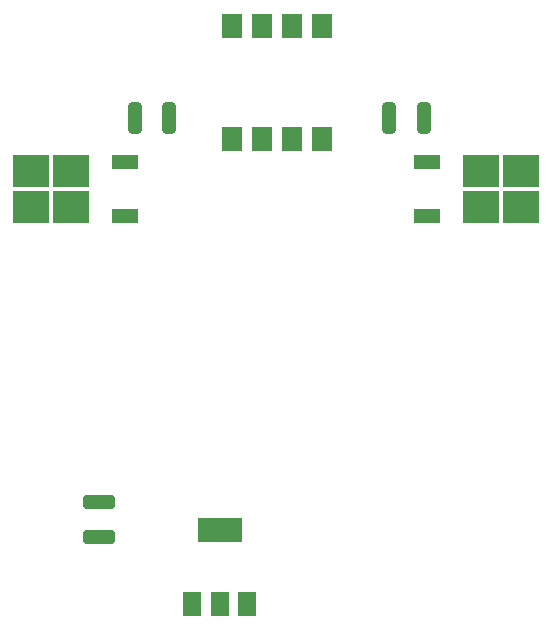
<source format=gbr>
%TF.GenerationSoftware,KiCad,Pcbnew,(6.0.1)*%
%TF.CreationDate,2022-02-20T18:55:47+01:00*%
%TF.ProjectId,NANOFC,4e414e4f-4643-42e6-9b69-6361645f7063,rev?*%
%TF.SameCoordinates,Original*%
%TF.FileFunction,Paste,Bot*%
%TF.FilePolarity,Positive*%
%FSLAX46Y46*%
G04 Gerber Fmt 4.6, Leading zero omitted, Abs format (unit mm)*
G04 Created by KiCad (PCBNEW (6.0.1)) date 2022-02-20 18:55:47*
%MOMM*%
%LPD*%
G01*
G04 APERTURE LIST*
G04 Aperture macros list*
%AMRoundRect*
0 Rectangle with rounded corners*
0 $1 Rounding radius*
0 $2 $3 $4 $5 $6 $7 $8 $9 X,Y pos of 4 corners*
0 Add a 4 corners polygon primitive as box body*
4,1,4,$2,$3,$4,$5,$6,$7,$8,$9,$2,$3,0*
0 Add four circle primitives for the rounded corners*
1,1,$1+$1,$2,$3*
1,1,$1+$1,$4,$5*
1,1,$1+$1,$6,$7*
1,1,$1+$1,$8,$9*
0 Add four rect primitives between the rounded corners*
20,1,$1+$1,$2,$3,$4,$5,0*
20,1,$1+$1,$4,$5,$6,$7,0*
20,1,$1+$1,$6,$7,$8,$9,0*
20,1,$1+$1,$8,$9,$2,$3,0*%
G04 Aperture macros list end*
%ADD10R,3.050000X2.750000*%
%ADD11R,2.200000X1.200000*%
%ADD12RoundRect,0.250000X0.312500X1.075000X-0.312500X1.075000X-0.312500X-1.075000X0.312500X-1.075000X0*%
%ADD13RoundRect,0.250000X1.100000X-0.325000X1.100000X0.325000X-1.100000X0.325000X-1.100000X-0.325000X0*%
%ADD14R,1.500000X2.000000*%
%ADD15R,3.800000X2.000000*%
%ADD16R,1.780000X2.000000*%
G04 APERTURE END LIST*
D10*
%TO.C,Q1*%
X192325000Y-79525000D03*
X192325000Y-76475000D03*
X195675000Y-79525000D03*
X195675000Y-76475000D03*
D11*
X187700000Y-80280000D03*
X187700000Y-75720000D03*
%TD*%
D12*
%TO.C,R1*%
X187462500Y-72000000D03*
X184537500Y-72000000D03*
%TD*%
D13*
%TO.C,C1*%
X160000000Y-107475000D03*
X160000000Y-104525000D03*
%TD*%
D10*
%TO.C,Q2*%
X157575000Y-79525000D03*
X154225000Y-79525000D03*
X154225000Y-76475000D03*
X157575000Y-76475000D03*
D11*
X162200000Y-75720000D03*
X162200000Y-80280000D03*
%TD*%
D14*
%TO.C,U1*%
X172480000Y-113150000D03*
D15*
X170180000Y-106850000D03*
D14*
X170180000Y-113150000D03*
X167880000Y-113150000D03*
%TD*%
D16*
%TO.C,U2*%
X178810000Y-73765000D03*
X176270000Y-73765000D03*
X173730000Y-73765000D03*
X171190000Y-73765000D03*
X171190000Y-64235000D03*
X173730000Y-64235000D03*
X176270000Y-64235000D03*
X178810000Y-64235000D03*
%TD*%
D12*
%TO.C,R2*%
X165925000Y-72000000D03*
X163000000Y-72000000D03*
%TD*%
M02*

</source>
